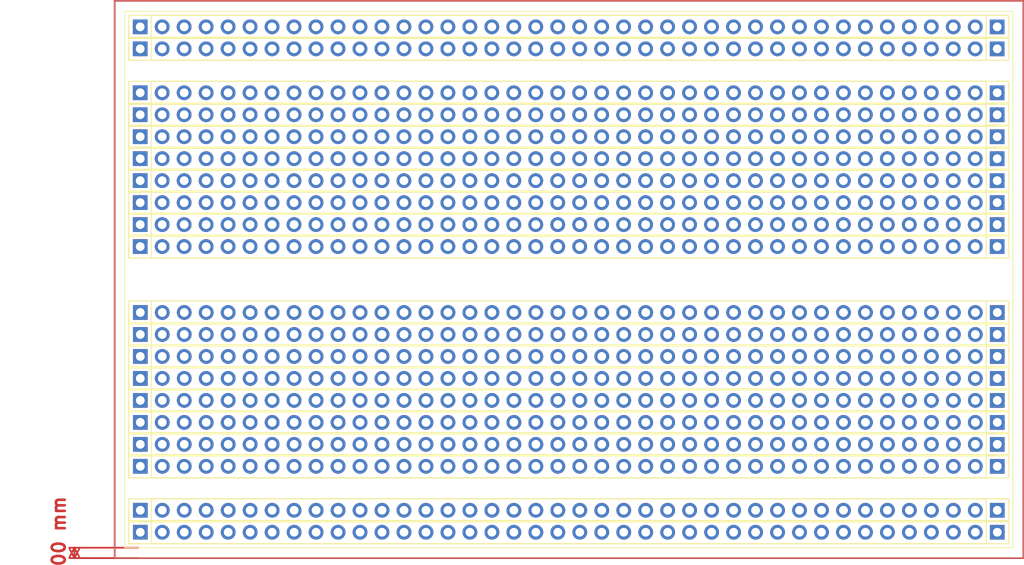
<source format=kicad_pcb>
(kicad_pcb (version 20240108) (generator "pcbnew") (generator_version "8.0")
  (layers (0 "F.Cu" signal) (31 "B.Cu" signal) (34 "B.Paste" user) (35 "F.Paste" user) (36 "B.SilkS" user "B.Silkscreen") (37 "F.SilkS" user "F.Silkscreen") (38 "B.Mask" user) (39 "F.Mask" user) (44 "Edge.Cuts" user))
  (net 0 "")
  (footprint "Connector_PinHeader_2.54mm:PinHeader_1x40_P2.54mm_Vertical" (layer "F.Cu") (at 147.465 92.625 -90)
    (property "Reference" "REF**" (hide yes))
    (property "Value" "PinHeader_1x40_P2.54mm_Vertical" (hide yes))
  )
  (footprint "Connector_PinHeader_2.54mm:PinHeader_1x40_P2.54mm_Vertical" (layer "F.Cu") (at 147.465 87.545 -90)
    (property "Reference" "REF**" (hide yes))
    (property "Value" "PinHeader_1x40_P2.54mm_Vertical" (hide yes))
  )
  (footprint "Connector_PinHeader_2.54mm:PinHeader_1x40_P2.54mm_Vertical" (layer "F.Cu") (at 147.455 64.685 -90)
    (property "Reference" "REF**" (hide yes))
    (property "Value" "PinHeader_1x40_P2.54mm_Vertical" (hide yes))
  )
  (footprint "Connector_PinHeader_2.54mm:PinHeader_1x40_P2.54mm_Vertical" (layer "F.Cu") (at 147.465 100.245 -90)
    (property "Reference" "REF**" (hide yes))
    (property "Value" "PinHeader_1x40_P2.54mm_Vertical" (hide yes))
  )
  (footprint "Connector_PinHeader_2.54mm:PinHeader_1x40_P2.54mm_Vertical" (layer "F.Cu") (at 48.4 57.06 90)
    (property "Reference" "REF**" (hide yes))
    (property "Value" "PinHeader_1x40_P2.54mm_Vertical" (hide yes))
  )
  (footprint "Connector_PinHeader_2.54mm:PinHeader_1x40_P2.54mm_Vertical" (layer "F.Cu") (at 48.41 92.62 90)
    (property "Reference" "REF**" (hide yes))
    (property "Value" "PinHeader_1x40_P2.54mm_Vertical" (hide yes))
  )
  (footprint "Connector_PinHeader_2.54mm:PinHeader_1x40_P2.54mm_Vertical" (layer "F.Cu") (at 48.41 85 90)
    (property "Reference" "REF**" (hide yes))
    (property "Value" "PinHeader_1x40_P2.54mm_Vertical" (hide yes))
  )
  (footprint "Connector_PinHeader_2.54mm:PinHeader_1x40_P2.54mm_Vertical" (layer "F.Cu") (at 48.41 87.54 90)
    (property "Reference" "REF**" (hide yes))
    (property "Value" "PinHeader_1x40_P2.54mm_Vertical" (hide yes))
  )
  (footprint "Connector_PinHeader_2.54mm:PinHeader_1x40_P2.54mm_Vertical" (layer "F.Cu") (at 48.4 62.14 90)
    (property "Reference" "REF**" (hide yes))
    (property "Value" "PinHeader_1x40_P2.54mm_Vertical" (hide yes))
  )
  (footprint "Connector_PinHeader_2.54mm:PinHeader_1x40_P2.54mm_Vertical" (layer "F.Cu") (at 48.41 95.16 90)
    (property "Reference" "REF**" (hide yes))
    (property "Value" "PinHeader_1x40_P2.54mm_Vertical" (hide yes))
  )
  (footprint "Connector_PinHeader_2.54mm:PinHeader_1x40_P2.54mm_Vertical" (layer "F.Cu") (at 147.455 57.065 -90)
    (property "Reference" "REF**" (hide yes))
    (property "Value" "PinHeader_1x40_P2.54mm_Vertical" (hide yes))
  )
  (footprint "Connector_PinHeader_2.54mm:PinHeader_1x40_P2.54mm_Vertical" (layer "F.Cu") (at 147.455 74.845 -90)
    (property "Reference" "REF**" (hide yes))
    (property "Value" "PinHeader_1x40_P2.54mm_Vertical" (hide yes))
  )
  (footprint "Connector_PinHeader_2.54mm:PinHeader_1x40_P2.54mm_Vertical" (layer "F.Cu") (at 48.4 51.98 90)
    (property "Reference" "REF**" (hide yes))
    (property "Value" "PinHeader_1x40_P2.54mm_Vertical" (hide yes))
  )
  (footprint "Connector_PinHeader_2.54mm:PinHeader_1x40_P2.54mm_Vertical" (layer "F.Cu") (at 147.465 107.865 -90)
    (property "Reference" "REF**" (hide yes))
    (property "Value" "PinHeader_1x40_P2.54mm_Vertical" (hide yes))
  )
  (footprint "Connector_PinHeader_2.54mm:PinHeader_1x40_P2.54mm_Vertical" (layer "F.Cu") (at 48.4 64.68 90)
    (property "Reference" "REF**" (hide yes))
    (property "Value" "PinHeader_1x40_P2.54mm_Vertical" (hide yes))
  )
  (footprint "Connector_PinHeader_2.54mm:PinHeader_1x40_P2.54mm_Vertical" (layer "F.Cu") (at 147.465 90.085 -90)
    (property "Reference" "REF**" (hide yes))
    (property "Value" "PinHeader_1x40_P2.54mm_Vertical" (hide yes))
  )
  (footprint "Connector_PinHeader_2.54mm:PinHeader_1x40_P2.54mm_Vertical" (layer "F.Cu") (at 147.455 69.765 -90)
    (property "Reference" "REF**" (hide yes))
    (property "Value" "PinHeader_1x40_P2.54mm_Vertical" (hide yes))
  )
  (footprint "Connector_PinHeader_2.54mm:PinHeader_1x40_P2.54mm_Vertical" (layer "F.Cu") (at 48.41 82.46 90)
    (property "Reference" "REF**" (hide yes))
    (property "Value" "PinHeader_1x40_P2.54mm_Vertical" (hide yes))
  )
  (footprint "Connector_PinHeader_2.54mm:PinHeader_1x40_P2.54mm_Vertical" (layer "F.Cu") (at 147.455 59.605 -90)
    (property "Reference" "REF**" (hide yes))
    (property "Value" "PinHeader_1x40_P2.54mm_Vertical" (hide yes))
  )
  (footprint "Connector_PinHeader_2.54mm:PinHeader_1x40_P2.54mm_Vertical" (layer "F.Cu") (at 147.455 51.985 -90)
    (property "Reference" "REF**" (hide yes))
    (property "Value" "PinHeader_1x40_P2.54mm_Vertical" (hide yes))
  )
  (footprint "Connector_PinHeader_2.54mm:PinHeader_1x40_P2.54mm_Vertical" (layer "F.Cu") (at 48.4 49.44 90)
    (property "Reference" "REF**" (hide yes))
    (property "Value" "PinHeader_1x40_P2.54mm_Vertical" (hide yes))
  )
  (footprint "Connector_PinHeader_2.54mm:PinHeader_1x40_P2.54mm_Vertical" (layer "F.Cu") (at 48.4 72.3 90)
    (property "Reference" "REF**" (hide yes))
    (property "Value" "PinHeader_1x40_P2.54mm_Vertical" (hide yes))
  )
  (footprint "Connector_PinHeader_2.54mm:PinHeader_1x40_P2.54mm_Vertical" (layer "F.Cu") (at 48.4 67.22 90)
    (property "Reference" "REF**" (hide yes))
    (property "Value" "PinHeader_1x40_P2.54mm_Vertical" (hide yes))
  )
  (footprint "Connector_PinHeader_2.54mm:PinHeader_1x40_P2.54mm_Vertical" (layer "F.Cu") (at 48.4 59.6 90)
    (property "Reference" "REF**" (hide yes))
    (property "Value" "PinHeader_1x40_P2.54mm_Vertical" (hide yes))
  )
  (footprint "Connector_PinHeader_2.54mm:PinHeader_1x40_P2.54mm_Vertical" (layer "F.Cu") (at 147.465 95.165 -90)
    (property "Reference" "REF**" (hide yes))
    (property "Value" "PinHeader_1x40_P2.54mm_Vertical" (hide yes))
  )
  (footprint "Connector_PinHeader_2.54mm:PinHeader_1x40_P2.54mm_Vertical" (layer "F.Cu") (at 147.465 105.325 -90)
    (property "Reference" "REF**" (hide yes))
    (property "Value" "PinHeader_1x40_P2.54mm_Vertical" (hide yes))
  )
  (footprint "" (layer "F.Cu") (at 86.505 85.005 180)
    (property "Reference" "")
    (property "Value" "")
  )
  (footprint "Connector_PinHeader_2.54mm:PinHeader_1x40_P2.54mm_Vertical" (layer "F.Cu") (at 48.41 105.32 90)
    (property "Reference" "REF**" (hide yes))
    (property "Value" "PinHeader_1x40_P2.54mm_Vertical" (hide yes))
  )
  (footprint "Connector_PinHeader_2.54mm:PinHeader_1x40_P2.54mm_Vertical" (layer "F.Cu") (at 147.455 62.145 -90)
    (property "Reference" "REF**" (hide yes))
    (property "Value" "PinHeader_1x40_P2.54mm_Vertical" (hide yes))
  )
  (footprint "Connector_PinHeader_2.54mm:PinHeader_1x40_P2.54mm_Vertical" (layer "F.Cu") (at 147.455 67.225 -90)
    (property "Reference" "REF**" (hide yes))
    (property "Value" "PinHeader_1x40_P2.54mm_Vertical" (hide yes))
  )
  (footprint "Connector_PinHeader_2.54mm:PinHeader_1x40_P2.54mm_Vertical" (layer "F.Cu") (at 48.41 97.7 90)
    (property "Reference" "REF**" (hide yes))
    (property "Value" "PinHeader_1x40_P2.54mm_Vertical" (hide yes))
  )
  (footprint "Connector_PinHeader_2.54mm:PinHeader_1x40_P2.54mm_Vertical" (layer "F.Cu") (at 48.41 100.24 90)
    (property "Reference" "REF**" (hide yes))
    (property "Value" "PinHeader_1x40_P2.54mm_Vertical" (hide yes))
  )
  (footprint "Connector_PinHeader_2.54mm:PinHeader_1x40_P2.54mm_Vertical" (layer "F.Cu") (at 147.455 49.445 -90)
    (property "Reference" "REF**" (hide yes))
    (property "Value" "PinHeader_1x40_P2.54mm_Vertical" (hide yes))
  )
  (footprint "Connector_PinHeader_2.54mm:PinHeader_1x40_P2.54mm_Vertical" (layer "F.Cu") (at 48.41 90.08 90)
    (property "Reference" "REF**" (hide yes))
    (property "Value" "PinHeader_1x40_P2.54mm_Vertical" (hide yes))
  )
  (footprint "Connector_PinHeader_2.54mm:PinHeader_1x40_P2.54mm_Vertical" (layer "F.Cu") (at 147.465 82.465 -90)
    (property "Reference" "REF**" (hide yes))
    (property "Value" "PinHeader_1x40_P2.54mm_Vertical" (hide yes))
  )
  (footprint "Connector_PinHeader_2.54mm:PinHeader_1x40_P2.54mm_Vertical" (layer "F.Cu") (at 147.465 97.705 -90)
    (property "Reference" "REF**" (hide yes))
    (property "Value" "PinHeader_1x40_P2.54mm_Vertical" (hide yes))
  )
  (footprint "Connector_PinHeader_2.54mm:PinHeader_1x40_P2.54mm_Vertical" (layer "F.Cu") (at 147.455 72.305 -90)
    (property "Reference" "REF**" (hide yes))
    (property "Value" "PinHeader_1x40_P2.54mm_Vertical" (hide yes))
  )
  (footprint "Connector_PinHeader_2.54mm:PinHeader_1x40_P2.54mm_Vertical" (layer "F.Cu") (at 48.4 74.84 90)
    (property "Reference" "REF**" (hide yes))
    (property "Value" "PinHeader_1x40_P2.54mm_Vertical" (hide yes))
  )
  (footprint "Connector_PinHeader_2.54mm:PinHeader_1x40_P2.54mm_Vertical" (layer "F.Cu") (at 48.41 107.86 90)
    (property "Reference" "REF**" (hide yes))
    (property "Value" "PinHeader_1x40_P2.54mm_Vertical" (hide yes))
  )
  (footprint "Connector_PinHeader_2.54mm:PinHeader_1x40_P2.54mm_Vertical" (layer "F.Cu") (at 48.4 69.76 90)
    (property "Reference" "REF**" (hide yes))
    (property "Value" "PinHeader_1x40_P2.54mm_Vertical" (hide yes))
  )
  (footprint "Connector_PinHeader_2.54mm:PinHeader_1x40_P2.54mm_Vertical" (layer "F.Cu") (at 147.465 85.005 -90)
    (property "Reference" "REF**" (hide yes))
    (property "Value" "PinHeader_1x40_P2.54mm_Vertical" (hide yes))
  )
  (gr_rect (start 45.45 46.44) (end 150.47 110.85) (stroke (width 0.2)) (fill none) (layer "F.Cu"))
  (gr_rect (start 46.6 47.65) (end 149.275 109.65) (stroke (width 0.1)) (fill none) (layer "F.SilkS"))
  (gr_rect (start 45.45 46.45) (end 150.45 110.825) (stroke (width 0.05)) (fill none) (layer "Edge.Cuts"))
  (dimension (type aligned) (layer "F.Cu") (pts (xy 48.67 109.65) (xy 48.67 110.85)) (height 7.88) (gr_text "1.2000 mm" (at 38.99 110.25 90) (layer "F.Cu") (effects (font (size 1.5 1.5) (thickness 0.3)))) (format (prefix "") (suffix "") (units 3) (units_format 1) (precision 4)) (style (thickness 0.2) (arrow_length 1.27) (text_position_mode 0) (extension_height 0.58642) (extension_offset 0.5) keep_text_aligned))
)
</source>
